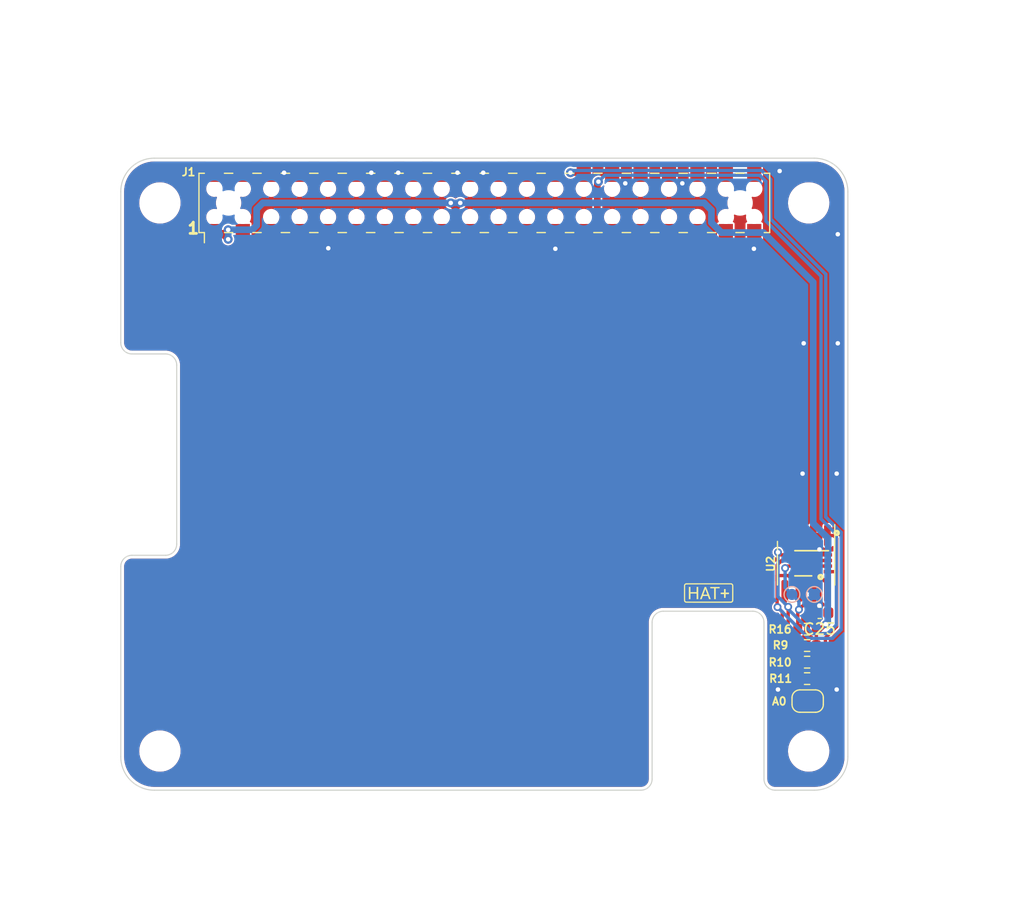
<source format=kicad_pcb>
(kicad_pcb (version 20221018) (generator pcbnew)
  (title_block (title "OVERLAY-1") (date "2024-03-27") (rev "1B"))
  (layers (0 "F.Cu" signal) (1 "In1.Cu" power) (2 "In2.Cu" power) (31 "B.Cu" signal) (34 "B.Paste" user) (35 "F.Paste" user) (36 "B.SilkS" user "B.Silkscreen") (37 "F.SilkS" user "F.Silkscreen") (38 "B.Mask" user) (39 "F.Mask" user) (44 "Edge.Cuts" user))
  (net 0 "")
  (net 1 "GND")
  (net 28 "Net-(U1-WP)")
  (net 29 "Net-(A0-A)")
  (net 30 "/HAT+/HAT_SDA0")
  (net 31 "/HAT+/HAT_3V3")
  (net 32 "/HAT+/HAT_SCL0")
  (net 33 "/HAT+/HAT_5V0")
  (footprint "MountingHole:MountingHole_3.2mm_M3_DIN965" (layer "F.Cu") (at 3.5 4)
    (fp_text reference "H1" hide)
    (fp_text value "MountingHole 3.2mm" hide)
    (pad "" np_thru_hole circle locked (at 0 0) (size 3.2 3.2) (drill 3.2) (layers "*.Cu" "*.Mask"))
  )
  (footprint "Resistor_SMD:R_0603_1608Metric" (layer "F.Cu") (at 61.3566 45.0564)
    (fp_text reference "R10" (at -2.413 0.016) (layer "F.SilkS") (effects (font (size 0.7 0.7))))
    (fp_text value "3.9k")
    (pad "1" smd roundrect (at -0.825 0) (size 0.8 0.95) (layers "F.Cu" "F.Paste" "F.Mask") (net 32 "/HAT+/HAT_SCL0"))
    (pad "2" smd roundrect (at 0.825 0) (size 0.8 0.95) (layers "F.Cu" "F.Paste" "F.Mask") (net 31 "/HAT+/HAT_3V3"))
  )
  (footprint "MountingHole:MountingHole_3.2mm_M3_DIN965" (layer "F.Cu") (at 3.5 53)
    (fp_text reference "H3" hide)
    (fp_text value "MountingHole 3.2mm" hide)
    (pad "" np_thru_hole circle locked (at 0 0) (size 3.2 3.2) (drill 3.2) (layers "*.Cu" "*.Mask"))
  )
  (footprint "Capacitor_SMD:C_0603_1608Metric" (layer "F.Cu") (at 62.477 40.64 180)
    (fp_text reference "C25" (at 0 -1.455 180) (layer "F.SilkS"))
    (fp_text value "100nF")
    (pad "1" smd roundrect (at -0.775 0 180) (size 0.9 0.95) (layers "F.Cu" "F.Paste" "F.Mask") (net 31 "/HAT+/HAT_3V3"))
    (pad "2" smd roundrect (at 0.775 0 180) (size 0.9 0.95) (layers "F.Cu" "F.Paste" "F.Mask") (net 1 "GND"))
  )
  (footprint "Jumper:SolderJumper-2_P1.3mm_Open_RoundedPad1.0x1.5mm" (layer "F.Cu") (at 61.4074 48.534 180)
    (fp_text reference "A0" (at 2.54 -0.022 180) (layer "F.SilkS") (effects (font (size 0.7 0.7))))
    (fp_text value "SolderJumper_2_Open")
    (pad "1" smd custom (at -0.65 0 180) (size 1 0.5) (layers "F.Cu" "F.Mask") (net 29 "Net-(A0-A)") (options (clearance outline) (anchor rect)) (primitives (gr_circle (center 0 0.25) (end 0.5 0.25) (width 0) (fill yes)) (gr_circle (center 0 -0.25) (end 0.5 -0.25) (width 0) (fill yes)) (gr_poly (pts (xy 0.5 0.75) (xy 0 0.75) (xy 0 -0.75) (xy 0.5 -0.75)) (width 0) (fill yes))))
    (pad "2" smd custom (at 0.65 0 180) (size 1 0.5) (layers "F.Cu" "F.Mask") (net 31 "/HAT+/HAT_3V3") (options (clearance outline) (anchor rect)) (primitives (gr_circle (center 0 0.25) (end 0.5 0.25) (width 0) (fill yes)) (gr_circle (center 0 -0.25) (end 0.5 -0.25) (width 0) (fill yes)) (gr_poly (pts (xy 0 0.75) (xy -0.5 0.75) (xy -0.5 -0.75) (xy 0 -0.75)) (width 0) (fill yes))))
  )
  (footprint "MountingHole:MountingHole_3.2mm_M3_DIN965" (layer "F.Cu") (at 61.5 4)
    (fp_text reference "H2" hide)
    (fp_text value "MountingHole 3.2mm" hide)
    (pad "" np_thru_hole circle locked (at 0 0) (size 3.2 3.2) (drill 3.2) (layers "*.Cu" "*.Mask"))
  )
  (footprint "Resistor_SMD:R_0603_1608Metric" (layer "F.Cu") (at 61.3566 43.5704)
    (fp_text reference "R9" (at -2.38 -0.0284) (layer "F.SilkS") (effects (font (size 0.7 0.7))))
    (fp_text value "3.9k")
    (pad "1" smd roundrect (at -0.825 0) (size 0.8 0.95) (layers "F.Cu" "F.Paste" "F.Mask") (net 30 "/HAT+/HAT_SDA0"))
    (pad "2" smd roundrect (at 0.825 0) (size 0.8 0.95) (layers "F.Cu" "F.Paste" "F.Mask") (net 31 "/HAT+/HAT_3V3"))
  )
  (footprint "MountingHole:MountingHole_3.2mm_M3_DIN965" (layer "F.Cu") (at 61.5 53)
    (fp_text reference "H4" hide)
    (fp_text value "MountingHole 3.2mm" hide)
    (pad "" np_thru_hole circle locked (at 0 0) (size 3.2 3.2) (drill 3.2) (layers "*.Cu" "*.Mask"))
  )
  (footprint "Connector_Samtec_Reverse:Samtec_HLE-120-02-xxx-DV-BE-A_2x20_P2.54mm_Horizontal_Reverse" (layer "F.Cu") (at 32.5 4)
    (fp_text reference "J1" (at -26.4414 -2.7584 180) (layer "F.SilkS") (effects (font (size 0.7 0.7))))
    (fp_text value "Conn_02x20_Odd_Even")
    (pad "" np_thru_hole circle locked (at -24.13 -1.27 180) (size 0.97 0.97) (drill 0.97) (layers "*.Cu" "*.Mask"))
    (pad "" np_thru_hole circle locked (at -24.13 1.27 180) (size 0.97 0.97) (drill 0.97) (layers "*.Cu" "*.Mask"))
    (pad "" np_thru_hole circle locked (at -22.86 0 180) (size 1.78 1.78) (drill 1.78) (layers "*.Cu" "*.Mask"))
    (pad "" np_thru_hole circle locked (at -21.59 -1.27 180) (size 0.97 0.97) (drill 0.97) (layers "*.Cu" "*.Mask"))
    (pad "" np_thru_hole circle locked (at -21.59 1.27 180) (size 0.97 0.97) (drill 0.97) (layers "*.Cu" "*.Mask"))
    (pad "" np_thru_hole circle locked (at -19.05 -1.27 180) (size 0.97 0.97) (drill 0.97) (layers "*.Cu" "*.Mask"))
    (pad "" np_thru_hole circle locked (at -19.05 1.27 180) (size 0.97 0.97) (drill 0.97) (layers "*.Cu" "*.Mask"))
    (pad "" np_thru_hole circle locked (at -16.51 -1.27 180) (size 0.97 0.97) (drill 0.97) (layers "*.Cu" "*.Mask"))
    (pad "" np_thru_hole circle locked (at -16.51 1.27 180) (size 0.97 0.97) (drill 0.97) (layers "*.Cu" "*.Mask"))
    (pad "" np_thru_hole circle locked (at -13.97 -1.27 180) (size 0.97 0.97) (drill 0.97) (layers "*.Cu" "*.Mask"))
    (pad "" np_thru_hole circle locked (at -13.97 1.27 180) (size 0.97 0.97) (drill 0.97) (layers "*.Cu" "*.Mask"))
    (pad "" np_thru_hole circle locked (at -11.43 -1.27 180) (size 0.97 0.97) (drill 0.97) (layers "*.Cu" "*.Mask"))
    (pad "" np_thru_hole circle locked (at -11.43 1.27 180) (size 0.97 0.97) (drill 0.97) (layers "*.Cu" "*.Mask"))
    (pad "" np_thru_hole circle locked (at -8.89 -1.27 180) (size 0.97 0.97) (drill 0.97) (layers "*.Cu" "*.Mask"))
    (pad "" np_thru_hole circle locked (at -8.89 1.27 180) (size 0.97 0.97) (drill 0.97) (layers "*.Cu" "*.Mask"))
    (pad "" np_thru_hole circle locked (at -6.35 -1.27 180) (size 0.97 0.97) (drill 0.97) (layers "*.Cu" "*.Mask"))
    (pad "" np_thru_hole circle locked (at -6.35 1.27 180) (size 0.97 0.97) (drill 0.97) (layers "*.Cu" "*.Mask"))
    (pad "" np_thru_hole circle locked (at -3.81 -1.27 180) (size 0.97 0.97) (drill 0.97) (layers "*.Cu" "*.Mask"))
    (pad "" np_thru_hole circle locked (at -3.81 1.27 180) (size 0.97 0.97) (drill 0.97) (layers "*.Cu" "*.Mask"))
    (pad "" np_thru_hole circle locked (at -1.27 -1.27 180) (size 0.97 0.97) (drill 0.97) (layers "*.Cu" "*.Mask"))
    (pad "" np_thru_hole circle locked (at -1.27 1.27 180) (size 0.97 0.97) (drill 0.97) (layers "*.Cu" "*.Mask"))
    (pad "" np_thru_hole circle locked (at 1.27 -1.27 180) (size 0.97 0.97) (drill 0.97) (layers "*.Cu" "*.Mask"))
    (pad "" np_thru_hole circle locked (at 1.27 1.27 180) (size 0.97 0.97) (drill 0.97) (layers "*.Cu" "*.Mask"))
    (pad "" np_thru_hole circle locked (at 3.81 -1.27 180) (size 0.97 0.97) (drill 0.97) (layers "*.Cu" "*.Mask"))
    (pad "" np_thru_hole circle locked (at 3.81 1.27 180) (size 0.97 0.97) (drill 0.97) (layers "*.Cu" "*.Mask"))
    (pad "" np_thru_hole circle locked (at 6.35 -1.27 180) (size 0.97 0.97) (drill 0.97) (layers "*.Cu" "*.Mask"))
    (pad "" np_thru_hole circle locked (at 6.35 1.27 180) (size 0.97 0.97) (drill 0.97) (layers "*.Cu" "*.Mask"))
    (pad "" np_thru_hole circle locked (at 8.89 -1.27 180) (size 0.97 0.97) (drill 0.97) (layers "*.Cu" "*.Mask"))
    (pad "" np_thru_hole circle locked (at 8.89 1.27 180) (size 0.97 0.97) (drill 0.97) (layers "*.Cu" "*.Mask"))
    (pad "" np_thru_hole circle locked (at 11.43 -1.27 180) (size 0.97 0.97) (drill 0.97) (layers "*.Cu" "*.Mask"))
    (pad "" np_thru_hole circle locked (at 11.43 1.27 180) (size 0.97 0.97) (drill 0.97) (layers "*.Cu" "*.Mask"))
    (pad "" np_thru_hole circle locked (at 13.97 -1.27 180) (size 0.97 0.97) (drill 0.97) (layers "*.Cu" "*.Mask"))
    (pad "" np_thru_hole circle locked (at 13.97 1.27 180) (size 0.97 0.97) (drill 0.97) (layers "*.Cu" "*.Mask"))
    (pad "" np_thru_hole circle locked (at 16.51 -1.27 180) (size 0.97 0.97) (drill 0.97) (layers "*.Cu" "*.Mask"))
    (pad "" np_thru_hole circle locked (at 16.51 1.27 180) (size 0.97 0.97) (drill 0.97) (layers "*.Cu" "*.Mask"))
    (pad "" np_thru_hole circle locked (at 19.05 -1.27 180) (size 0.97 0.97) (drill 0.97) (layers "*.Cu" "*.Mask"))
    (pad "" np_thru_hole circle locked (at 19.05 1.27 180) (size 0.97 0.97) (drill 0.97) (layers "*.Cu" "*.Mask"))
    (pad "" np_thru_hole circle locked (at 21.59 -1.27 180) (size 0.97 0.97) (drill 0.97) (layers "*.Cu" "*.Mask"))
    (pad "" np_thru_hole circle locked (at 21.59 1.27 180) (size 0.97 0.97) (drill 0.97) (layers "*.Cu" "*.Mask"))
    (pad "" np_thru_hole circle locked (at 22.86 0 180) (size 1.78 1.78) (drill 1.78) (layers "*.Cu" "*.Mask"))
    (pad "" np_thru_hole circle locked (at 24.13 -1.27 180) (size 0.97 0.97) (drill 0.97) (layers "*.Cu" "*.Mask"))
    (pad "" np_thru_hole circle locked (at 24.13 1.27 180) (size 0.97 0.97) (drill 0.97) (layers "*.Cu" "*.Mask"))
    (pad "1" smd rect locked (at -24.13 2.72 180) (size 1.27 1.68) (layers "F.Cu" "F.Paste" "F.Mask") (net 31 "/HAT+/HAT_3V3"))
    (pad "2" smd rect locked (at -24.13 -2.72 180) (size 1.27 1.68) (layers "F.Cu" "F.Paste" "F.Mask") (net 33 "/HAT+/HAT_5V0"))
    (pad "3" smd rect locked (at -21.59 2.72 180) (size 1.27 1.68) (layers "F.Cu" "F.Paste" "F.Mask"))
    (pad "4" smd rect locked (at -21.59 -2.72 180) (size 1.27 1.68) (layers "F.Cu" "F.Paste" "F.Mask") (net 33 "/HAT+/HAT_5V0"))
    (pad "5" smd rect locked (at -19.05 2.72 180) (size 1.27 1.68) (layers "F.Cu" "F.Paste" "F.Mask"))
    (pad "6" smd rect locked (at -19.05 -2.72 180) (size 1.27 1.68) (layers "F.Cu" "F.Paste" "F.Mask") (net 1 "GND"))
    (pad "7" smd rect locked (at -16.51 2.72 180) (size 1.27 1.68) (layers "F.Cu" "F.Paste" "F.Mask"))
    (pad "8" smd rect locked (at -16.51 -2.72 180) (size 1.27 1.68) (layers "F.Cu" "F.Paste" "F.Mask"))
    (pad "9" smd rect locked (at -13.97 2.72 180) (size 1.27 1.68) (layers "F.Cu" "F.Paste" "F.Mask") (net 1 "GND"))
    (pad "10" smd rect locked (at -13.97 -2.72 180) (size 1.27 1.68) (layers "F.Cu" "F.Paste" "F.Mask"))
    (pad "11" smd rect locked (at -11.43 2.72 180) (size 1.27 1.68) (layers "F.Cu" "F.Paste" "F.Mask"))
    (pad "12" smd rect locked (at -11.43 -2.72 180) (size 1.27 1.68) (layers "F.Cu" "F.Paste" "F.Mask"))
    (pad "13" smd rect locked (at -8.89 2.72 180) (size 1.27 1.68) (layers "F.Cu" "F.Paste" "F.Mask"))
    (pad "14" smd rect locked (at -8.89 -2.72 180) (size 1.27 1.68) (layers "F.Cu" "F.Paste" "F.Mask") (net 1 "GND"))
    (pad "15" smd rect locked (at -6.35 2.72 180) (size 1.27 1.68) (layers "F.Cu" "F.Paste" "F.Mask"))
    (pad "16" smd rect locked (at -6.35 -2.72 180) (size 1.27 1.68) (layers "F.Cu" "F.Paste" "F.Mask"))
    (pad "17" smd rect locked (at -3.81 2.72 180) (size 1.27 1.68) (layers "F.Cu" "F.Paste" "F.Mask") (net 31 "/HAT+/HAT_3V3"))
    (pad "18" smd rect locked (at -3.81 -2.72 180) (size 1.27 1.68) (layers "F.Cu" "F.Paste" "F.Mask"))
    (pad "19" smd rect locked (at -1.27 2.72 180) (size 1.27 1.68) (layers "F.Cu" "F.Paste" "F.Mask"))
    (pad "20" smd rect locked (at -1.27 -2.72 180) (size 1.27 1.68) (layers "F.Cu" "F.Paste" "F.Mask") (net 1 "GND"))
    (pad "21" smd rect locked (at 1.27 2.72 180) (size 1.27 1.68) (layers "F.Cu" "F.Paste" "F.Mask"))
    (pad "22" smd rect locked (at 1.27 -2.72 180) (size 1.27 1.68) (layers "F.Cu" "F.Paste" "F.Mask"))
    (pad "23" smd rect locked (at 3.81 2.72 180) (size 1.27 1.68) (layers "F.Cu" "F.Paste" "F.Mask"))
    (pad "24" smd rect locked (at 3.81 -2.72 180) (size 1.27 1.68) (layers "F.Cu" "F.Paste" "F.Mask"))
    (pad "25" smd rect locked (at 6.35 2.72 180) (size 1.27 1.68) (layers "F.Cu" "F.Paste" "F.Mask") (net 1 "GND"))
    (pad "26" smd rect locked (at 6.35 -2.72 180) (size 1.27 1.68) (layers "F.Cu" "F.Paste" "F.Mask"))
    (pad "27" smd rect locked (at 8.89 2.72 180) (size 1.27 1.68) (layers "F.Cu" "F.Paste" "F.Mask") (net 30 "/HAT+/HAT_SDA0"))
    (pad "28" smd rect locked (at 8.89 -2.72 180) (size 1.27 1.68) (layers "F.Cu" "F.Paste" "F.Mask") (net 32 "/HAT+/HAT_SCL0"))
    (pad "29" smd rect locked (at 11.43 2.72 180) (size 1.27 1.68) (layers "F.Cu" "F.Paste" "F.Mask"))
    (pad "30" smd rect locked (at 11.43 -2.72 180) (size 1.27 1.68) (layers "F.Cu" "F.Paste" "F.Mask") (net 1 "GND"))
    (pad "31" smd rect locked (at 13.97 2.72 180) (size 1.27 1.68) (layers "F.Cu" "F.Paste" "F.Mask"))
    (pad "32" smd rect locked (at 13.97 -2.72 180) (size 1.27 1.68) (layers "F.Cu" "F.Paste" "F.Mask"))
    (pad "33" smd rect locked (at 16.51 2.72 180) (size 1.27 1.68) (layers "F.Cu" "F.Paste" "F.Mask"))
    (pad "34" smd rect locked (at 16.51 -2.72 180) (size 1.27 1.68) (layers "F.Cu" "F.Paste" "F.Mask") (net 1 "GND"))
    (pad "35" smd rect locked (at 19.05 2.72 180) (size 1.27 1.68) (layers "F.Cu" "F.Paste" "F.Mask"))
    (pad "36" smd rect locked (at 19.05 -2.72 180) (size 1.27 1.68) (layers "F.Cu" "F.Paste" "F.Mask"))
    (pad "37" smd rect locked (at 21.59 2.72 180) (size 1.27 1.68) (layers "F.Cu" "F.Paste" "F.Mask"))
    (pad "38" smd rect locked (at 21.59 -2.72 180) (size 1.27 1.68) (layers "F.Cu" "F.Paste" "F.Mask"))
    (pad "39" smd rect locked (at 24.13 2.72 180) (size 1.27 1.68) (layers "F.Cu" "F.Paste" "F.Mask") (net 1 "GND"))
    (pad "40" smd rect locked (at 24.13 -2.72 180) (size 1.27 1.68) (layers "F.Cu" "F.Paste" "F.Mask"))
  )
  (footprint "Package_SO:SOIC-8_3.9x4.9mm_P1.27mm" (layer "F.Cu") (at 61.265 36.209 -90)
    (fp_text reference "U1" hide)
    (fp_text value "AT24CS64-SSHM")
    (pad "1" smd roundrect (at -2.475 -1.905 270) (size 1.95 0.6) (layers "F.Cu" "F.Paste" "F.Mask") (net 29 "Net-(A0-A)"))
    (pad "2" smd roundrect (at -2.475 -0.635 270) (size 1.95 0.6) (layers "F.Cu" "F.Paste" "F.Mask") (net 1 "GND"))
    (pad "3" smd roundrect (at -2.475 0.635 270) (size 1.95 0.6) (layers "F.Cu" "F.Paste" "F.Mask") (net 1 "GND"))
    (pad "4" smd roundrect (at -2.475 1.905 270) (size 1.95 0.6) (layers "F.Cu" "F.Paste" "F.Mask") (net 1 "GND"))
    (pad "5" smd roundrect (at 2.475 1.905 270) (size 1.95 0.6) (layers "F.Cu" "F.Paste" "F.Mask") (net 30 "/HAT+/HAT_SDA0"))
    (pad "6" smd roundrect (at 2.475 0.635 270) (size 1.95 0.6) (layers "F.Cu" "F.Paste" "F.Mask") (net 32 "/HAT+/HAT_SCL0"))
    (pad "7" smd roundrect (at 2.475 -0.635 270) (size 1.95 0.6) (layers "F.Cu" "F.Paste" "F.Mask") (net 28 "Net-(U1-WP)"))
    (pad "8" smd roundrect (at 2.475 -1.905 270) (size 1.95 0.6) (layers "F.Cu" "F.Paste" "F.Mask") (net 31 "/HAT+/HAT_3V3"))
  )
  (footprint "Resistor_SMD:R_0603_1608Metric" (layer "F.Cu") (at 61.3566 46.526)
    (fp_text reference "R11" (at -2.366652 0.001463) (layer "F.SilkS") (effects (font (size 0.7 0.7))))
    (fp_text value "3.9k")
    (pad "1" smd roundrect (at -0.825 0) (size 0.8 0.95) (layers "F.Cu" "F.Paste" "F.Mask") (net 1 "GND"))
    (pad "2" smd roundrect (at 0.825 0) (size 0.8 0.95) (layers "F.Cu" "F.Paste" "F.Mask") (net 29 "Net-(A0-A)"))
  )
  (footprint "Resistor_SMD:R_0603_1608Metric" (layer "F.Cu") (at 61.3474 42.1058)
    (fp_text reference "R16" (at -2.413 0.0178) (layer "F.SilkS") (effects (font (size 0.7 0.7))))
    (fp_text value "3.9k")
    (pad "1" smd roundrect (at -0.825 0) (size 0.8 0.95) (layers "F.Cu" "F.Paste" "F.Mask") (net 28 "Net-(U1-WP)"))
    (pad "2" smd roundrect (at 0.825 0) (size 0.8 0.95) (layers "F.Cu" "F.Paste" "F.Mask") (net 31 "/HAT+/HAT_3V3"))
  )
  (footprint "Package_DFN_QFN:DFN-8-1EP_3x2mm_P0.5mm_EP1.3x1.5mm" (layer "F.Cu") (at 61.762838 36.214398 180)
    (fp_text reference "U2" (at 3.65724 -0.056964 90) (layer "F.SilkS") (effects (font (size 0.7 0.7))))
    (fp_text value "AT24CS64-MAHM")
    (pad "1" smd rect (at -1.45 -0.75 180) (size 0.75 0.3) (layers "F.Cu" "F.Paste" "F.Mask") (net 29 "Net-(A0-A)"))
    (pad "2" smd rect (at -1.45 -0.25 180) (size 0.75 0.3) (layers "F.Cu" "F.Paste" "F.Mask") (net 1 "GND"))
    (pad "3" smd rect (at -1.45 0.25 180) (size 0.75 0.3) (layers "F.Cu" "F.Paste" "F.Mask") (net 1 "GND"))
    (pad "4" smd rect (at -1.45 0.75 180) (size 0.75 0.3) (layers "F.Cu" "F.Paste" "F.Mask") (net 1 "GND"))
    (pad "5" smd rect (at 1.45 0.75 180) (size 0.75 0.3) (layers "F.Cu" "F.Paste" "F.Mask") (net 30 "/HAT+/HAT_SDA0"))
    (pad "6" smd rect (at 1.45 0.25 180) (size 0.75 0.3) (layers "F.Cu" "F.Paste" "F.Mask") (net 32 "/HAT+/HAT_SCL0"))
    (pad "7" smd rect (at 1.45 -0.25 180) (size 0.75 0.3) (layers "F.Cu" "F.Paste" "F.Mask") (net 28 "Net-(U1-WP)"))
    (pad "8" smd rect (at 1.45 -0.75 180) (size 0.75 0.3) (layers "F.Cu" "F.Paste" "F.Mask") (net 31 "/HAT+/HAT_3V3"))
    (pad "9" smd rect (at 0 0 180) (size 1.3 1.5) (layers "F.Cu" "F.Mask"))
  )
  (footprint "TestPoint:TestPoint_Pad_D1.0mm" (layer "B.Cu") (at 62 39 180)
    (fp_text reference "GND1" hide)
    (fp_text value "TestPoint_Alt")
    (pad "1" smd circle (at 0 0 180) (size 1 1) (layers "B.Cu" "B.Mask") (net 1 "GND"))
  )
  (footprint "TestPoint:TestPoint_Pad_D1.0mm" (layer "B.Cu") (at 60 39 180)
    (fp_text reference "WP1" hide)
    (fp_text value "TestPoint_Alt")
    (pad "1" smd circle (at 0 0 180) (size 1 1) (layers "B.Cu" "B.Mask") (net 28 "Net-(U1-WP)"))
  )
  (gr_poly locked (pts (xy 51.625 38.875) (xy 51.625 39.418718) (xy 51.551579 39.421001) (xy 51.478157 39.423285) (xy 51.478157 39.177319) (xy 51.477713 39.052245) (xy 51.477059 39.008886) (xy 51.47603 38.97635) (xy 51.474558 38.953166) (xy 51.472578 38.937862) (xy 51.471377 38.932704) (xy 51.470024 38.928965) (xy 51.468512 38.926461) (xy 51.46683 38.925006) (xy 51.464315 38.924371) (xy 51.459197 38.923775) (xy 51.441718 38.922714) (xy 51.415517 38.921839) (xy 51.381717 38.921167) (xy 51.34144 38.920716) (xy 51.295811 38.920501) (xy 51.245952 38.920541) (xy 51.192987 38.920853) (xy 50.930469 38.923046) (xy 50.930469 39.422689) (xy 50.859881 39.422695) (xy 50.823712 39.422575) (xy 50.799761 39.422311) (xy 50.782424 39.421927) (xy 50.779657 38.875008) (xy 50.7823 38.327554) (xy 50.799699 38.327434) (xy 50.823693 38.327352) (xy 50.859881 38.327314) (xy 50.930469 38.327314) (xy 50.930469 38.795835) (xy 51.202329 38.793748) (xy 51.474188 38.79166) (xy 51.476293 38.559191) (xy 51.478397 38.326723) (xy 51.55503 38.327209) (xy 51.624488 38.326669)) (fill solid) (layer "F.SilkS"))
  (gr_poly locked (pts (xy 54.075532 38.674584) (xy 54.077683 38.83135) (xy 54.226511 38.83351) (xy 54.375339 38.83567) (xy 54.375339 38.969907) (xy 54.226511 38.972067) (xy 54.077683 38.974227) (xy 54.075541 39.142899) (xy 54.073399 39.311571) (xy 53.931159 39.311571) (xy 53.929017 39.142899) (xy 53.926876 38.974227) (xy 53.778047 38.972067) (xy 53.629219 38.969907) (xy 53.629219 38.83567) (xy 53.778047 38.83351) (xy 53.926876 38.83135) (xy 53.929027 38.674584) (xy 53.931178 38.517818) (xy 54.073381 38.517818)) (fill solid) (layer "F.SilkS"))
  (gr_poly locked (pts (xy 53.537937 38.450355) (xy 53.192779 38.454634) (xy 53.190733 38.936682) (xy 53.194293 39.422054) (xy 53.117259 39.423184) (xy 53.041844 39.423304) (xy 53.041844 38.454631) (xy 52.866304 38.45503) (xy 52.696112 38.453617) (xy 52.696562 38.390824) (xy 52.696562 38.331293) (xy 53.537937 38.331293)) (fill solid) (layer "F.SilkS"))
  (gr_circle (center 64 33.5) (end 64.162639 33.5) (stroke (width 0.25)) (fill none) (layer "F.SilkS"))
  (gr_poly locked (pts (xy 52.358248 38.416604) (xy 52.416125 38.569401) (xy 52.435171 38.619494) (xy 52.447287 38.65076) (xy 52.46165 38.686479) (xy 52.466436 38.698737) (xy 52.474161 38.718911) (xy 52.494156 38.771807) (xy 52.513932 38.82412) (xy 52.525917 38.855151) (xy 52.540239 38.892011) (xy 52.565637 38.958338) (xy 52.622702 39.109151) (xy 52.641386 39.158661) (xy 52.652917 39.188526) (xy 52.667185 39.225386) (xy 52.692453 39.291713) (xy 52.698111 39.308223) (xy 52.704047 39.324352) (xy 52.710209 39.34021) (xy 52.716544 39.355905) (xy 52.729527 39.387246) (xy 52.74258 39.419247) (xy 52.737927 39.419422) (xy 52.723952 39.419772) (xy 52.713462 39.419932) (xy 52.700632 39.420038) (xy 52.685461 39.420059) (xy 52.667944 39.419961) (xy 52.586445 39.418716) (xy 52.573352 39.382998) (xy 52.562328 39.353108) (xy 52.554212 39.331404) (xy 52.536287 39.283779) (xy 52.530746 39.268633) (xy 52.524439 39.250863) (xy 52.518144 39.232685) (xy 52.512636 39.216311) (xy 52.507335 39.200719) (xy 52.501602 39.184672) (xy 52.496129 39.170058) (xy 52.493704 39.163877) (xy 52.491604 39.158763) (xy 52.482343 39.136935) (xy 52.263003 39.136935) (xy 52.1583 39.137429) (xy 52.119731 39.138094) (xy 52.089389 39.13908) (xy 52.066554 39.140417) (xy 52.050504 39.142138) (xy 52.040519 39.144274) (xy 52.037576 39.145508) (xy 52.035878 39.146857) (xy 52.034979 39.148176) (xy 52.033897 39.150065) (xy 52.032646 39.152487) (xy 52.03124 39.155407) (xy 52.028025 39.162597) (xy 52.024366 39.171351) (xy 52.02038 39.181385) (xy 52.016183 39.192412) (xy 52.011891 39.204149) (xy 52.007619 39.216311) (xy 51.986136 39.277622) (xy 51.96324 39.341432) (xy 51.953124 39.368423) (xy 51.943487 39.392955) (xy 51.935816 39.41153) (xy 51.933182 39.417491) (xy 51.931597 39.420652) (xy 51.931265 39.421037) (xy 51.930769 39.421384) (xy 51.930113 39.421697) (xy 51.929301 39.421976) (xy 51.927225 39.422439) (xy 51.924571 39.422787) (xy 51.92137 39.423032) (xy 51.91765 39.423188) (xy 51.913444 39.423268) (xy 51.908782 39.423284) (xy 51.898208 39.423178) (xy 51.886173 39.422974) (xy 51.872918 39.422775) (xy 51.858688 39.422686) (xy 51.858688 39.422695) (xy 51.781878 39.422575) (xy 51.782059 39.420697) (xy 51.782592 39.417978) (xy 51.783448 39.414497) (xy 51.784598 39.410333) (xy 51.787664 39.400263) (xy 51.791561 39.388392) (xy 51.796056 39.375345) (xy 51.80092 39.361745) (xy 51.805922 39.348216) (xy 51.810829 39.335382) (xy 51.839213 39.261861) (xy 51.874881 39.168695) (xy 51.938116 39.002382) (xy 52.089344 39.002382) (xy 52.089368 39.003737) (xy 52.089458 39.005011) (xy 52.089643 39.006206) (xy 52.089779 39.006775) (xy 52.089949 39.007325) (xy 52.090156 39.007856) (xy 52.090404 39.00837) (xy 52.090696 39.008866) (xy 52.091036 39.009344) (xy 52.091427 39.009805) (xy 52.091872 39.010249) (xy 52.092375 39.010677) (xy 52.092939 39.011088) (xy 52.093568 39.011484) (xy 52.094265 39.011863) (xy 52.095034 39.012228) (xy 52.095878 39.012578) (xy 52.096801 39.012913) (xy 52.097805 39.013233) (xy 52.098895 39.01354) (xy 52.100074 39.013832) (xy 52.101345 39.014112) (xy 52.102712 39.014378) (xy 52.105746 39.014873) (xy 52.109204 39.015319) (xy 52.113114 39.015718) (xy 52.117503 39.016074) (xy 52.122398 39.016389) (xy 52.127828 39.016666) (xy 52.133819 39.016906) (xy 52.1404 39.017113) (xy 52.147597 39.017288) (xy 52.155438 39.017435) (xy 52.163951 39.017556) (xy 52.183101 39.017729) (xy 52.205268 39.017828) (xy 52.230671 39.017873) (xy 52.259531 39.017883) (xy 52.259532 39.017883) (xy 52.332722 39.01734) (xy 52.36232 39.01667) (xy 52.38707 39.015743) (xy 52.406835 39.014566) (xy 52.421477 39.013145) (xy 52.430857 39.011487) (xy 52.433532 39.010571) (xy 52.43484 39.009598) (xy 52.435093 39.009161) (xy 52.435324 39.008705) (xy 52.435534 39.00823) (xy 52.435722 39.007738) (xy 52.436034 39.006709) (xy 52.436261 39.005626) (xy 52.436404 39.004497) (xy 52.436465 39.003333) (xy 52.436445 39.002143) (xy 52.436344 39.000934) (xy 52.436164 38.999718) (xy 52.435905 38.998502) (xy 52.435569 38.997297) (xy 52.435157 38.99611) (xy 52.43467 38.994952) (xy 52.434109 38.993831) (xy 52.433475 38.992757) (xy 52.432769 38.991739) (xy 52.431981 38.990578) (xy 52.431104 38.989087) (xy 52.430149 38.987287) (xy 52.429125 38.985203) (xy 52.428041 38.982857) (xy 52.426905 38.980274) (xy 52.424519 38.974485) (xy 52.422039 38.968022) (xy 52.419541 38.96107) (xy 52.417097 38.953817) (xy 52.414781 38.946446) (xy 52.412513 38.939109) (xy 52.410206 38.931951) (xy 52.407924 38.925151) (xy 52.40573 38.918888) (xy 52.40369 38.913342) (xy 52.401868 38.908691) (xy 52.400327 38.905114) (xy 52.399132 38.90279) (xy 52.398585 38.901817) (xy 52.397951 38.900548) (xy 52.396449 38.897203) (xy 52.39469 38.892919) (xy 52.392733 38.887858) (xy 52.39064 38.882183) (xy 52.388473 38.876057) (xy 52.386294 38.869642) (xy 52.384162 38.863102) (xy 52.379707 38.849522) (xy 52.375056 38.836016) (xy 52.37076 38.824147) (xy 52.368917 38.819315) (xy 52.36737 38.815478) (xy 52.363721 38.806495) (xy 52.358721 38.793773) (xy 52.353028 38.779005) (xy 52.347301 38.763884) (xy 52.341184 38.747197) (xy 52.33443 38.728165) (xy 52.327859 38.709134) (xy 52.322293 38.692446) (xy 52.317403 38.677638) (xy 52.312678 38.663723) (xy 52.308654 38.652263) (xy 52.305871 38.644822) (xy 52.302655 38.636479) (xy 52.297452 38.622565) (xy 52.290982 38.605017) (xy 52.283963 38.585772) (xy 52.280336 38.576239) (xy 52.276583 38.567221) (xy 52.272811 38.558926) (xy 52.269129 38.551559) (xy 52.265647 38.545327) (xy 52.264014 38.542701) (xy 52.262471 38.540436) (xy 52.261033 38.538558) (xy 52.259712 38.537092) (xy 52.258523 38.536065) (xy 52.257478 38.535502) (xy 52.254726 38.539595) (xy 52.252089 38.544083) (xy 52.24956 38.54892) (xy 52.247129 38.55406) (xy 52.244789 38.559458) (xy 52.24253 38.56507) (xy 52.238222 38.576752) (xy 52.234139 38.588745) (xy 52.23021 38.600686) (xy 52.226368 38.612215) (xy 52.222544 38.622969) (xy 52.208453 38.662909) (xy 52.201454 38.683225) (xy 52.195661 38.700384) (xy 52.190501 38.715506) (xy 52.185222 38.730274) (xy 52.180445 38.742995) (xy 52.178439 38.74806) (xy 52.176789 38.751978) (xy 52.174874 38.756625) (xy 52.172106 38.763778) (xy 52.164534 38.784174) (xy 52.155119 38.8103) (xy 52.144906 38.83929) (xy 52.125451 38.894406) (xy 52.118066 38.914802) (xy 52.113611 38.926603) (xy 52.098269 38.964679) (xy 52.096476 38.969455) (xy 52.094803 38.974522) (xy 52.093288 38.979726) (xy 52.091965 38.984912) (xy 52.090873 38.989925) (xy 52.090048 38.994611) (xy 52.089747 38.996783) (xy 52.089526 38.998815) (xy 52.08939 39.000688) (xy 52.089344 39.002382) (xy 51.938116 39.002382) (xy 51.938258 39.002008) (xy 52.002032 38.83532) (xy 52.038153 38.740988) (xy 52.06707 38.664664) (xy 52.085757 38.615154) (xy 52.097281 38.585289) (xy 52.101777 38.573801) (xy 52.109268 38.554258) (xy 52.129064 38.501945) (xy 52.170805 38.39082) (xy 52.178192 38.371558) (xy 52.185971 38.352181) (xy 52.189603 38.343573) (xy 52.192846 38.336283) (xy 52.195539 38.330762) (xy 52.196628 38.328804) (xy 52.197519 38.327457) (xy 52.215666 38.327382) (xy 52.263382 38.327307) (xy 52.324351 38.327307)) (fill solid) (layer "F.SilkS"))
  (gr_circle (center 62.5602 37.4396) (end 62.722839 37.4396) (stroke (width 0.25)) (fill none) (layer "F.SilkS"))
  (gr_poly locked (pts (xy 54.631416 38.01669) (xy 54.63545 38.018807) (xy 54.639732 38.021268) (xy 54.644227 38.024042) (xy 54.648894 38.0271) (xy 54.653698 38.030411) (xy 54.6586 38.033945) (xy 54.663563 38.037673) (xy 54.668549 38.041565) (xy 54.67352 38.045591) (xy 54.67844 38.04972) (xy 54.68327 38.053924) (xy 54.687972 38.058172) (xy 54.69251 38.062435) (xy 54.696846 38.066681) (xy 54.700941 38.070882) (xy 54.704759 38.075008) (xy 54.70891 38.079741) (xy 54.712937 38.084566) (xy 54.716835 38.089471) (xy 54.720594 38.094444) (xy 54.724209 38.099472) (xy 54.727671 38.104543) (xy 54.730974 38.109645) (xy 54.734109 38.114765) (xy 54.73707 38.119892) (xy 54.739849 38.125012) (xy 54.74244 38.130113) (xy 54.744833 38.135184) (xy 54.747023 38.140211) (xy 54.749002 38.145182) (xy 54.750762 38.150085) (xy 54.752297 38.154908) (xy 54.754126 38.162296) (xy 54.755763 38.171882) (xy 54.75722 38.18427) (xy 54.758507 38.200069) (xy 54.759632 38.219882) (xy 54.760607 38.244317) (xy 54.762144 38.309474) (xy 54.7632 38.400388) (xy 54.763855 38.521907) (xy 54.764188 38.678879) (xy 54.764281 38.876152) (xy 54.763983 39.265515) (xy 54.762118 39.473196) (xy 54.760143 39.529014) (xy 54.757231 39.563542) (xy 54.753201 39.584824) (xy 54.74787 39.600903) (xy 54.745856 39.606022) (xy 54.74363 39.611196) (xy 54.741201 39.616409) (xy 54.73858 39.621644) (xy 54.735779 39.626883) (xy 54.732808 39.632111) (xy 54.729679 39.63731) (xy 54.726402 39.642463) (xy 54.722988 39.647554) (xy 54.719449 39.652566) (xy 54.715795 39.657482) (xy 54.712037 39.662286) (xy 54.708186 39.66696) (xy 54.704253 39.671488) (xy 54.700249 39.675853) (xy 54.696186 39.680039) (xy 54.692001 39.684103) (xy 54.687635 39.688106) (xy 54.683107 39.692039) (xy 54.678433 39.69589) (xy 54.67363 39.699648) (xy 54.668713 39.703302) (xy 54.663701 39.706841) (xy 54.65861 39.710255) (xy 54.653457 39.713532) (xy 54.648258 39.716661) (xy 54.643031 39.719632) (xy 54.637791 39.722433) (xy 54.632557 39.725054) (xy 54.627344 39.727483) (xy 54.622169 39.72971) (xy 54.61705 39.731723) (xy 54.573186 39.748135) (xy 52.551406 39.747785) (xy 50.904447 39.745472) (xy 50.594256 39.742142) (xy 50.499447 39.736673) (xy 50.496213 39.735466) (xy 50.492758 39.734076) (xy 50.485307 39.730814) (xy 50.477343 39.727018) (xy 50.469115 39.72282) (xy 50.460875 39.718352) (xy 50.45287 39.713743) (xy 50.445352 39.709127) (xy 50.438569 39.704634) (xy 50.435331 39.702307) (xy 50.431968 39.699733) (xy 50.428505 39.696939) (xy 50.42497 39.693951) (xy 50.421389 39.690795) (xy 50.417789 39.687499) (xy 50.414196 39.684088) (xy 50.410638 39.68059) (xy 50.40714 39.677032) (xy 50.40373 39.673439) (xy 50.400433 39.669839) (xy 50.397278 39.666258) (xy 50.394289 39.662723) (xy 50.391495 39.65926) (xy 50.388921 39.655897) (xy 50.386595 39.652659) (xy 50.382101 39.645876) (xy 50.377485 39.638358) (xy 50.372876 39.630353) (xy 50.368407 39.622112) (xy 50.364209 39.613885) (xy 50.360414 39.605921) (xy 50.357152 39.59847) (xy 50.355762 39.595015) (xy 50.354555 39.591781) (xy 50.352994 39.585824) (xy 50.351582 39.576833) (xy 50.350311 39.564354) (xy 50.349683 39.555275) (xy 50.454219 39.555275) (xy 50.472237 39.582245) (xy 50.474216 39.585064) (xy 50.47642 39.587946) (xy 50.478827 39.590869) (xy 50.481412 39.593812) (xy 50.484154 39.596755) (xy 50.487027 39.599676) (xy 50.490009 39.602555) (xy 50.493076 39.60537) (xy 50.496205 39.608101) (xy 50.499373 39.610726) (xy 50.502556 39.613225) (xy 50.50573 39.615577) (xy 50.508873 39.617761) (xy 50.511961 39.619756) (xy 50.51497 39.62154) (xy 50.517878 39.623094) (xy 50.520631 39.624287) (xy 50.524208 39.625409) (xy 50.528919 39.626464) (xy 50.535074 39.627452) (xy 50.552958 39.62924) (xy 50.580343 39.63079) (xy 50.619711 39.632119) (xy 50.673545 39.633243) (xy 50.744328 39.63418) (xy 50.834542 39.634947) (xy 51.083194 39.636036) (xy 51.439362 39.636647) (xy 52.553688 39.636973) (xy 52.553688 39.636983) (xy 54.272832 39.634959) (xy 54.526873 39.630802) (xy 54.572029 39.627464) (xy 54.589093 39.623105) (xy 54.59195 39.621575) (xy 54.594895 39.61986) (xy 54.597905 39.617978) (xy 54.600958 39.615948) (xy 54.60403 39.613789) (xy 54.6071 39.611519) (xy 54.610145 39.609157) (xy 54.613144 39.606722) (xy 54.616072 39.604231) (xy 54.618909 39.601704) (xy 54.621632 39.599159) (xy 54.624218 39.596615) (xy 54.626645 39.59409) (xy 54.628891 39.591604) (xy 54.630933 39.589174) (xy 54.632749 39.586819) (xy 54.634229 39.584763) (xy 54.635618 39.582672) (xy 54.63692 39.580422) (xy 54.638136 39.577887) (xy 54.638714 39.576473) (xy 54.639272 39.57494) (xy 54.63981 39.573273) (xy 54.640329 39.571456) (xy 54.64083 39.569474) (xy 54.641312 39.56731) (xy 54.642224 39.562375) (xy 54.643067 39.556525) (xy 54.643846 39.549636) (xy 54.644564 39.541581) (xy 54.645223 39.532234) (xy 54.645827 39.52147) (xy 54.64638 39.509162) (xy 54.646884 39.495186) (xy 54.647344 39.479415) (xy 54.647762 39.461724) (xy 54.648142 39.441986) (xy 54.648486 39.420077) (xy 54.648799 39.395869) (xy 54.649342 39.340059) (xy 54.649798 39.273548) (xy 54.650193 39.195331) (xy 54.650553 39.104402) (xy 54.651274 38.880382) (xy 54.652122 38.49667) (xy 54.650976 38.28891) (xy 54.64933 38.232834) (xy 54.646796 38.198933) (xy 54.643243 38.179936) (xy 54.638541 38.168571) (xy 54.636871 38.165649) (xy 54.634933 38.162628) (xy 54.632751 38.159532) (xy 54.630347 38.156385) (xy 54.627746 38.153209) (xy 54.624971 38.150027) (xy 54.622045 38.146864) (xy 54.618992 38.143742) (xy 54.615835 38.140685) (xy 54.612597 38.137716) (xy 54.609303 38.134859) (xy 54.605975 38.132136) (xy 54.602638 38.129572) (xy 54.599313 38.127189) (xy 54.596026 38.12501) (xy 54.592799 38.12306) (xy 54.561875 38.105332) (xy 52.553688 38.105572) (xy 50.842494 38.107813) (xy 50.583291 38.111895) (xy 50.535955 38.11513) (xy 50.518002 38.119332) (xy 50.515068 38.120703) (xy 50.511951 38.122064) (xy 50.505248 38.124961) (xy 50.501703 38.126601) (xy 50.498055 38.128436) (xy 50.494326 38.130518) (xy 50.490534 38.1329) (xy 50.486701 38.135631) (xy 50.484775 38.137144) (xy 50.482847 38.138763) (xy 50.480918 38.140496) (xy 50.478991 38.142349) (xy 50.477069 38.144328) (xy 50.475155 38.146439) (xy 50.47325 38.148689) (xy 50.471357 38.151085) (xy 50.469479 38.153632) (xy 50.467619 38.156338) (xy 50.465779 38.159208) (xy 50.463961 38.16225) (xy 50.462168 38.165469) (xy 50.460403 38.168872) (xy 50.454219 38.194756) (xy 50.454219 39.555275) (xy 50.349683 39.555275) (xy 50.349174 39.547933) (xy 50.347276 39.501454) (xy 50.34583 39.433769) (xy 50.34478 39.341251) (xy 50.34407 39.220274) (xy 50.343443 38.878434) (xy 50.343686 38.522681) (xy 50.345288 38.309603) (xy 50.348875 38.200059) (xy 50.351611 38.171881) (xy 50.355079 38.154908) (xy 50.356613 38.150085) (xy 50.358374 38.145182) (xy 50.360352 38.140211) (xy 50.362542 38.135184) (xy 50.364936 38.130113) (xy 50.367526 38.125012) (xy 50.370305 38.119892) (xy 50.373266 38.114765) (xy 50.376402 38.109645) (xy 50.379704 38.104543) (xy 50.383166 38.099472) (xy 50.386781 38.094444) (xy 50.390541 38.089471) (xy 50.394438 38.084566) (xy 50.398466 38.079741) (xy 50.402617 38.075008) (xy 50.406434 38.070882) (xy 50.41053 38.066681) (xy 50.414865 38.062435) (xy 50.419403 38.058172) (xy 50.424106 38.053924) (xy 50.428936 38.04972) (xy 50.433855 38.045591) (xy 50.438827 38.041565) (xy 50.443813 38.037673) (xy 50.448776 38.033945) (xy 50.453678 38.030411) (xy 50.458481 38.0271) (xy 50.463149 38.024042) (xy 50.467643 38.021268) (xy 50.471926 38.018807) (xy 50.47596 38.01669) (xy 50.51375 37.997915) (xy 54.593625 37.997915)) (fill solid) (layer "F.SilkS"))
  (gr_arc locked (start 62 0) (mid 64.121321 0.878679) (end 65 3) (stroke (width 0.1)) (layer "Edge.Cuts"))
  (gr_line locked (start 47.5 41.5) (end 47.5 55.5) (stroke (width 0.1)) (layer "Edge.Cuts"))
  (gr_arc locked (start 58.5 56.5) (mid 57.792894 56.207107) (end 57.5 55.5) (stroke (width 0.1)) (layer "Edge.Cuts"))
  (gr_line locked (start 3 0) (end 62 0) (stroke (width 0.1)) (layer "Edge.Cuts"))
  (gr_arc locked (start 3 56.5) (mid 0.878679 55.621321) (end 0 53.5) (stroke (width 0.1)) (layer "Edge.Cuts"))
  (gr_arc locked (start 1 17.5) (mid 0.292894 17.207107) (end 0 16.5) (stroke (width 0.1)) (layer "Edge.Cuts"))
  (gr_line locked (start 58.5 56.5) (end 62 56.5) (stroke (width 0.1)) (layer "Edge.Cuts"))
  (gr_arc locked (start 47.5 41.5) (mid 47.792893 40.792894) (end 48.5 40.5) (stroke (width 0.1)) (layer "Edge.Cuts"))
  (gr_arc locked (start 0 3) (mid 0.878679 0.878679) (end 3 0) (stroke (width 0.1)) (layer "Edge.Cuts"))
  (gr_arc locked (start 47.5 55.5) (mid 47.207107 56.207106) (end 46.5 56.5) (stroke (width 0.1)) (layer "Edge.Cuts"))
  (gr_arc locked (start 0 36.5) (mid 0.292893 35.792894) (end 1 35.5) (stroke (width 0.1)) (layer "Edge.Cuts"))
  (gr_line locked (start 1 17.5) (end 4 17.5) (stroke (width 0.1)) (layer "Edge.Cuts"))
  (gr_line locked (start 0 36.5) (end 0 53.5) (stroke (width 0.1)) (layer "Edge.Cuts"))
  (gr_line locked (start 48.5 40.5) (end 56.5 40.5) (stroke (width 0.1)) (layer "Edge.Cuts"))
  (gr_arc locked (start 65 53.5) (mid 64.121321 55.621321) (end 62 56.5) (stroke (width 0.1)) (layer "Edge.Cuts"))
  (gr_line locked (start 0 3) (end 0 16.5) (stroke (width 0.1)) (layer "Edge.Cuts"))
  (gr_arc locked (start 5 34.5) (mid 4.707107 35.207106) (end 4 35.5) (stroke (width 0.1)) (layer "Edge.Cuts"))
  (gr_line locked (start 57.5 41.5) (end 57.5 55.5) (stroke (width 0.1)) (layer "Edge.Cuts"))
  (gr_line locked (start 1 35.5) (end 4 35.5) (stroke (width 0.1)) (layer "Edge.Cuts"))
  (gr_line locked (start 3 56.5) (end 46.5 56.5) (stroke (width 0.1)) (layer "Edge.Cuts"))
  (gr_line locked (start 65 3) (end 65 53.5) (stroke (width 0.1)) (layer "Edge.Cuts"))
  (gr_arc locked (start 4 17.5) (mid 4.707106 17.792893) (end 5 18.5) (stroke (width 0.1)) (layer "Edge.Cuts"))
  (gr_line locked (start 5 18.5) (end 5 34.5) (stroke (width 0.1)) (layer "Edge.Cuts"))
  (gr_arc locked (start 56.5 40.5) (mid 57.207106 40.792893) (end 57.5 41.5) (stroke (width 0.1)) (layer "Edge.Cuts"))
  (gr_text "1" (at 5.842 6.858) (layer "F.SilkS") (effects (font (size 1 1) (thickness 0.25) bold) (justify left bottom)))
  (segment (start 63.212838 35.964398) (end 63.212838 35.464398) (width 0.3) (layer "F.Cu") (net 1))
  (segment (start 60.63 33.734) (end 59.36 33.734) (width 0.3) (layer "F.Cu") (net 1))
  (segment (start 62.4586 34.925) (end 61.9 34.3664) (width 0.3) (layer "F.Cu") (net 1))
  (segment (start 62.997998 35.464398) (end 62.5094 34.9758) (width 0.3) (layer "F.Cu") (net 1))
  (segment (start 62.5094 34.9758) (end 62.4586 34.9758) (width 0.3) (layer "F.Cu") (net 1))
  (segment (start 61.9 34.3664) (end 61.9 33.734) (width 0.3) (layer "F.Cu") (net 1))
  (segment (start 63.212838 35.464398) (end 62.997998 35.464398) (width 0.3) (layer "F.Cu") (net 1))
  (segment (start 62.4586 34.9758) (end 62.4586 34.925) (width 0.3) (layer "F.Cu") (net 1))
  (segment (start 61.9 33.734) (end 60.63 33.734) (width 0.3) (layer "F.Cu") (net 1))
  (segment (start 63.212838 36.464398) (end 63.212838 35.964398) (width 0.3) (layer "F.Cu") (net 1))
  (via (at 60.95 28.2) (size 0.8) (drill 0.4) (layers "F.Cu" "B.Cu") (net 1))
  (via (at 32.4 1.3) (size 0.8) (drill 0.4) (layers "F.Cu" "B.Cu") (net 1))
  (via (at 64 28.2) (size 0.8) (drill 0.4) (layers "F.Cu" "B.Cu") (net 1))
  (via (at 62.4586 34.9758) (size 0.7) (drill 0.4) (layers "F.Cu" "B.Cu") (net 1))
  (via (at 38.85 8.1) (size 0.8) (drill 0.4) (layers "F.Cu" "B.Cu") (net 1))
  (via (at 64.1 16.55) (size 0.8) (drill 0.4) (layers "F.Cu" "B.Cu") (net 1))
  (via (at 64 47.5) (size 0.8) (drill 0.4) (layers "F.Cu" "B.Cu") (net 1))
  (via (at 58.75 47.5) (size 0.8) (drill 0.4) (layers "F.Cu" "B.Cu") (net 1))
  (via (at 56.6 8.1) (size 0.8) (drill 0.4) (layers "F.Cu" "B.Cu") (net 1))
  (via (at 22.4 1.3) (size 0.8) (drill 0.4) (layers "F.Cu" "B.Cu") (net 1))
  (via (at 14.6 1.3) (size 0.8) (drill 0.4) (layers "F.Cu" "B.Cu") (net 1))
  (via (at 24.8 1.3) (size 0.8) (drill 0.4) (layers "F.Cu" "B.Cu") (net 1))
  (via (at 50.2 2.25) (size 0.8) (drill 0.4) (layers "F.Cu" "B.Cu") (net 1))
  (via (at 62.45 40) (size 0.7) (drill 0.4) (layers "F.Cu" "B.Cu") (net 1))
  (via (at 18.55 8.05) (size 0.8) (drill 0.4) (layers "F.Cu" "B.Cu") (net 1))
  (via (at 64.1 6.8) (size 0.8) (drill 0.4) (layers "F.Cu" "B.Cu") (net 1))
  (via (at 30.1 1.3) (size 0.8) (drill 0.4) (layers "F.Cu" "B.Cu") (net 1))
  (via (at 58.9 1.15) (size 0.8) (drill 0.4) (layers "F.Cu" "B.Cu") (net 1))
  (via (at 61.05 16.55) (size 0.8) (drill 0.4) (layers "F.Cu" "B.Cu") (net 1))
  (via (at 45.1 2.25) (size 0.8) (drill 0.4) (layers "F.Cu" "B.Cu") (net 1))
  (segment (start 60.5224 40.4526) (end 60.5224 42.0808) (width 0.3) (layer "F.Cu") (net 28))
  (segment (start 60.312838 36.464398) (end 59.570852 36.464398) (width 0.3) (layer "F.Cu") (net 28))
  (segment (start 61.9 39.075) (end 61.9 38.684) (width 0.3) (layer "F.Cu") (net 28))
  (segment (start 59.570852 36.464398) (end 59.39 36.64525) (width 0.3) (layer "F.Cu") (net 28))
  (segment (start 60.625 40.35) (end 61.9 39.075) (width 0.3) (layer "F.Cu") (net 28))
  (segment (start 60.625 40.35) (end 60.5224 40.4526) (width 0.3) (layer "F.Cu") (net 28))
  (via (at 60.625 40.35) (size 0.7) (drill 0.4) (layers "F.Cu" "B.Cu") (net 28))
  (via (at 59.39 36.64525) (size 0.7) (drill 0.4) (layers "F.Cu" "B.Cu") (net 28))
  (segment (start 60.625 40.35) (end 60.625 39.625) (width 0.3) (layer "B.Cu") (net 28))
  (segment (start 60.625 39.625) (end 59.39 38.39) (width 0.3) (layer "B.Cu") (net 28))
  (segment (start 59.39745 36.6378) (end 59.39 36.64525) (width 0.3) (layer "B.Cu") (net 28))
  (segment (start 59.39 38.39) (end 59.39 36.64525) (width 0.3) (layer "B.Cu") (net 28))
  (segment (start 62.0828 46.6248) (end 62.1816 46.526) (width 0.4) (layer "F.Cu") (net 29))
  (segment (start 62.207 46.5006) (end 62.992 45.7156) (width 0.3) (layer "F.Cu") (net 29))
  (segment (start 62.992 42.8748) (end 64.008 41.8588) (width 0.3) (layer "F.Cu") (net 29))
  (segment (start 64.008 34.0106) (end 63.7314 33.734) (width 0.3) (layer "F.Cu") (net 29))
  (segment (start 63.212838 36.964398) (end 63.975202 36.964398) (width 0.3) (layer "F.Cu") (net 29))
  (segment (start 63.975202 36.964398) (end 64.008 36.9316) (width 0.3) (layer "F.Cu") (net 29))
  (segment (start 63.7314 33.734) (end 63.17 33.734) (width 0.3) (layer "F.Cu") (net 29))
  (segment (start 62.992 45.7156) (end 62.992 42.8748) (width 0.3) (layer "F.Cu") (net 29))
  (segment (start 64.008 41.8588) (end 64.008 36.9316) (width 0.3) (layer "F.Cu") (net 29))
  (segment (start 64.008 36.9316) (end 64.008 34.0106) (width 0.3) (layer "F.Cu") (net 29))
  (segment (start 62.0828 48.3816) (end 62.0828 46.6248) (width 0.4) (layer "F.Cu") (net 29))
  (segment (start 42.6 5.7) (end 41.6 6.7) (width 0.6) (layer "F.Cu") (net 30))
  (segment (start 58.984798 35.464398) (end 58.7502 35.2298) (width 0.3) (layer "F.Cu") (net 30))
  (segment (start 41.41 6.7) (end 41.39 6.72) (width 0.3) (layer "F.Cu") (net 30))
  (segment (start 60.312838 35.464398) (end 58.984798 35.464398) (width 0.3) (layer "F.Cu") (net 30))
  (segment (start 59.6646 40.1066) (end 59.6646 42.6784) (width 0.3) (layer "F.Cu") (net 30))
  (segment (start 59.385397 39.827397) (end 59.385397 38.709397) (width 0.3) (layer "F.Cu") (net 30))
  (segment (start 42.6 2.2) (end 42.6 5.7) (width 0.6) (layer "F.Cu") (net 30))
  (segment (start 41.6 6.7) (end 41.41 6.7) (width 0.6) (layer "F.Cu") (net 30))
  (segment (start 59.385397 38.709397) (end 59.36 38.684) (width 0.3) (layer "F.Cu") (net 30))
  (segment (start 59.6646 42.7034) (end 60.5316 43.5704) (width 0.3) (layer "F.Cu") (net 30))
  (segment (start 59.6646 40.1066) (end 59.385397 39.827397) (width 0.3) (layer "F.Cu") (net 30))
  (segment (start 42.7 2.1) (end 42.6 2.2) (width 0.6) (layer "F.Cu") (net 30))
  (via (at 42.7 2.1) (size 0.8) (drill 0.4) (layers "F.Cu" "B.Cu") (net 30))
  (via (at 58.7502 35.2298) (size 0.7) (drill 0.4) (layers "F.Cu" "B.Cu") (net 30))
  (via (at 59.6646 40.1066) (size 0.7) (drill 0.4) (layers "F.Cu" "B.Cu") (net 30))
  (segment (start 58.7502 35.2298) (end 58.7502 39.1922) (width 0.3) (layer "B.Cu") (net 30))
  (segment (start 42.7 2.1) (end 43.275 1.525) (width 0.3) (layer "B.Cu") (net 30))
  (segment (start 63.2 42.5) (end 61.85 42.5) (width 0.3) (layer "B.Cu") (net 30))
  (segment (start 61.85 42.5) (end 59.6646 40.3146) (width 0.3) (layer "B.Cu") (net 30))
  (segment (start 59.6646 40.3146) (end 59.6646 40.1066) (width 0.3) (layer "B.Cu") (net 30))
  (segment (start 63.9764 41.7236) (end 63.2 42.5) (width 0.3) (layer "B.Cu") (net 30))
  (segment (start 63.9764 33.6264) (end 63.9764 41.7236) (width 0.3) (layer "B.Cu") (net 30))
  (segment (start 58.7502 39.1922) (end 59.6646 40.1066) (width 0.3) (layer "B.Cu") (net 30))
  (segment (start 58.9202 35.2298) (end 58.7502 35.2298) (width 0.3) (layer "B.Cu") (net 30))
  (segment (start 62.6 10.55) (end 62.6 32.25) (width 0.3) (layer "B.Cu") (net 30))
  (segment (start 57.12396 1.525) (end 57.675 2.07604) (width 0.3) (layer "B.Cu") (net 30))
  (segment (start 57.675 2.07604) (end 57.675 5.625) (width 0.3) (layer "B.Cu") (net 30))
  (segment (start 57.675 5.625) (end 62.6 10.55) (width 0.3) (layer "B.Cu") (net 30))
  (segment (start 62.6 32.25) (end 63.9764 33.6264) (width 0.3) (layer "B.Cu") (net 30))
  (segment (start 43.275 1.525) (end 57.12396 1.525) (width 0.3) (layer "B.Cu") (net 30))
  (segment (start 29.95 4.45) (end 29.95 5.6) (width 0.6) (layer "F.Cu") (net 31))
  (segment (start 63.132 40.865) (end 63.132 41.325) (width 0.4) (layer "F.Cu") (net 31))
  (segment (start 62.1816 42.115) (end 62.1724 42.1058) (width 0.3) (layer "F.Cu") (net 31))
  (segment (start 9.07 6.72) (end 9.6 7.25) (width 0.6) (layer "F.Cu") (net 31))
  (segment (start 60.7828 48.3816) (end 60.7828 47.7764) (width 0.4) (layer "F.Cu") (net 31))
  (segment (start 29.95 4.4) (end 30.35 4) (width 0.6) (layer "F.Cu") (net 31))
  (segment (start 8.37 6.72) (end 9.07 6.72) (width 0.6) (layer "F.Cu") (net 31))
  (segment (start 63.246 38.76) (end 63.246 40.751) (width 0.4) (layer "F.Cu") (net 31))
  (segment (start 63.132 41.5414) (end 62.3984 42.275) (width 0.4) (layer "F.Cu") (net 31))
  (segment (start 61.407 47.1522) (end 61.407 45.831) (width 0.4) (layer "F.Cu") (net 31))
  (segment (start 63.246 40.751) (end 63.132 40.865) (width 0.4) (layer "F.Cu") (net 31))
  (segment (start 29.5 4) (end 29.95 4.45) (width 0.6) (layer "F.Cu") (net 31))
  (segment (start 9.28 6.72) (end 8.37 6.72) (width 0.6) (layer "F.Cu") (net 31))
  (segment (start 60.7828 47.7764) (end 61.407 47.1522) (width 0.4) (layer "F.Cu") (net 31))
  (segment (start 61.407 45.831) (end 62.1816 45.0564) (width 0.4) (layer "F.Cu") (net 31))
  (segment (start 63.17 38.0494) (end 63.17 38.684) (width 0.3) (layer "F.Cu") (net 31))
  (segment (start 62.1816 43.5704) (end 62.1816 42.115) (width 0.3) (layer "F.Cu") (net 31))
  (segment (start 62.1816 45.0564) (end 62.1816 43.5704) (width 0.3) (layer "F.Cu") (net 31))
  (segment (start 9.6 6.4) (end 9.28 6.72) (width 0.6) (layer "F.Cu") (net 31))
  (segment (start 60.642838 37.294398) (end 62.414998 37.294398) (width 0.3) (layer "F.Cu") (net 31))
  (segment (start 63.132 41.35) (end 63.132 41.5414) (width 0.4) (layer "F.Cu") (net 31))
  (segment (start 62.414998 37.294398) (end 63.17 38.0494) (width 0.3) (layer "F.Cu") (net 31))
  (segment (start 29.95 4.45) (end 29.95 4.4) (width 0.6) (layer "F.Cu") (net 31))
  (segment (start 60.312838 36.964398) (end 60.642838 37.294398) (width 0.3) (layer "F.Cu") (net 31))
  (segment (start 63.17 38.684) (end 63.246 38.76) (width 0.4) (layer "F.Cu") (net 31))
  (segment (start 29.95 5.6) (end 28.83 6.72) (width 0.6) (layer "F.Cu") (net 31))
  (segment (start 28.83 6.72) (end 28.69 6.72) (width 0.6) (layer "F.Cu") (net 31))
  (segment (start 62.3984 42.275) (end 62.207 42.275) (width 0.4) (layer "F.Cu") (net 31))
  (via (at 30.35 4) (size 0.8) (drill 0.4) (layers "F.Cu" "B.Cu") (net 31))
  (via (at 9.6 7.25) (size 0.8) (drill 0.4) (layers "F.Cu" "B.Cu") (net 31))
  (via (at 63.0174 41.656) (size 0.7) (drill 0.4) (layers "F.Cu" "B.Cu") (net 31))
  (via (at 29.5 4) (size 0.8) (drill 0.4) (layers "F.Cu" "B.Cu") (net 31))
  (via (at 9.6 6.4) (size 0.8) (drill 0.4) (layers "F.Cu" "B.Cu") (net 31))
  (segment (start 63.2336 33.9836) (end 63.2336 35.296816) (width 0.6) (layer "B.Cu") (net 31))
  (segment (start 61.9 11.1) (end 61.9 32.65) (width 0.6) (layer "B.Cu") (net 31))
  (segment (start 53.7 6.65) (end 57.45 6.65) (width 0.6) (layer "B.Cu") (net 31))
  (segment (start 9.6 6.4) (end 9.6 7.25) (width 0.6) (layer "B.Cu") (net 31))
  (segment (start 63.2336 35.296816) (end 63.2 35.330416) (width 0.6) (layer "B.Cu") (net 31))
  (segment (start 12.15 4.55) (end 12.7 4) (width 0.6) (layer "B.Cu") (net 31))
  (segment (start 63.2 41.4734) (end 63.0174 41.656) (width 0.6) (layer "B.Cu") (net 31))
  (segment (start 57.45 6.65) (end 61.9 11.1) (width 0.6) (layer "B.Cu") (net 31))
  (segment (start 29.5 4) (end 52.15 4) (width 0.6) (layer "B.Cu") (net 31))
  (segment (start 11.75 6.4) (end 12.15 6) (width 0.6) (layer "B.Cu") (net 31))
  (segment (start 52.8 5.75) (end 53.7 6.65) (width 0.6) (layer "B.Cu") (net 31))
  (segment (start 12.7 4) (end 29.5 4) (width 0.6) (layer "B.Cu") (net 31))
  (segment (start 63.2 35.330416) (end 63.2 41.4734) (width 0.6) (layer "B.Cu") (net 31))
  (segment (start 52.8 4.65) (end 52.8 5.75) (width 0.6) (layer "B.Cu") (net 31))
  (segment (start 9.6 6.4) (end 11.75 6.4) (width 0.6) (layer "B.Cu") (net 31))
  (segment (start 12.15 6) (end 12.15 4.55) (width 0.6) (layer "B.Cu") (net 31))
  (segment (start 61.9 32.65) (end 63.2336 33.9836) (width 0.6) (layer "B.Cu") (net 31))
  (segment (start 52.15 4) (end 52.8 4.65) (width 0.6) (layer "B.Cu") (net 31))
  (segment (start 59.1312 40.5532) (end 59.1312 43.631) (width 0.3) (layer "F.Cu") (net 32))
  (segment (start 60.63 38.684) (end 60.63 38.278) (width 0.3) (layer "F.Cu") (net 32))
  (segment (start 59.079838 35.964398) (end 58.674 36.370236) (width 0.3) (layer "F.Cu") (net 32))
  (segment (start 58.674 37.3126) (end 58.674 37.7698) (width 0.3) (layer "F.Cu") (net 32))
  (segment (start 60.312838 35.964398) (end 59.079838 35.964398) (width 0.3) (layer "F.Cu") (net 32))
  (segment (start 58.674 36.370236) (end 58.674 37.7698) (width 0.3) (layer "F.Cu") (net 32))
  (segment (start 58.71 40.132) (end 59.1312 40.5532) (width 0.3) (layer "F.Cu") (net 32))
  (segment (start 58.674 40.096) (end 58.71 40.132) (width 0.3) (layer "F.Cu") (net 32))
  (segment (start 59.6646 37.3126) (end 58.674 37.3126) (width 0.3) (layer "F.Cu") (net 32))
  (segment (start 58.674 37.7698) (end 58.674 40.096) (width 0.3) (layer "F.Cu") (net 32))
  (segment (start 60.63 38.278) (end 59.6646 37.3126) (width 0.3) (layer "F.Cu") (net 32))
  (segment (start 40.28 1.28) (end 41.39 1.28) (width 0.6) (layer "F.Cu") (net 32))
  (segment (start 59.1312 43.656) (end 60.5316 45.0564) (width 0.3) (layer "F.Cu") (net 32))
  (segment (start 40.2 1.2) (end 40.28 1.28) (width 0.3) (layer "F.Cu") (net 32))
  (via (at 58.71 40.132) (size 0.7) (drill 0.4) (layers "F.Cu" "B.Cu") (net 32))
  (via (at 40.2 1.3) (size 0.8) (drill 0.4) (layers "F.Cu" "B.Cu") (net 32))
  (segment (start 58.1 5.44896) (end 58.1 1.899999) (width 0.3) (layer "B.Cu") (net 32))
  (segment (start 58.71 40.132) (end 61.503 42.925) (width 0.3) (layer "B.Cu") (net 32))
  (segment (start 61.503 42.925) (end 63.625 42.925) (width 0.3) (layer "B.Cu") (net 32))
  (segment (start 57.3 1.1) (end 40.4 1.1) (width 0.3) (layer "B.Cu") (net 32))
  (segment (start 58.1 1.899999) (end 57.3 1.1) (width 0.3) (layer "B.Cu") (net 32))
  (segment (start 63.025 32.07396) (end 63.025 10.373959) (width 0.3) (layer "B.Cu") (net 32))
  (segment (start 64.4014 42.1486) (end 64.4014 33.450359) (width 0.3) (layer "B.Cu") (net 32))
  (segment (start 40.4 1.1) (end 40.2 1.3) (width 0.3) (layer "B.Cu") (net 32))
  (segment (start 63.025 10.373959) (end 58.1 5.44896) (width 0.3) (layer "B.Cu") (net 32))
  (segment (start 64.4014 33.450359) (end 63.025 32.07396) (width 0.3) (layer "B.Cu") (net 32))
  (segment (start 63.625 42.925) (end 64.4014 42.1486) (width 0.3) (layer "B.Cu") (net 32))
  (segment (start 10.91 1.28) (end 8.37 1.28) (width 0.6) (layer "F.Cu") (net 33))
  (zone (net 1) (net_name "GND") (layers "F.Cu" "In1.Cu" "In2.Cu" "B.Cu") (connect_pads (clearance 0.15)) (min_thickness 0.125) (fill yes (thermal_gap 0.15) (thermal_bridge_width 0.5))
    (polygon (pts (xy -0.5 -0.5) (xy 65.5 -0.5) (xy 65.5 57) (xy -0.5 57)))
  )
)
</source>
